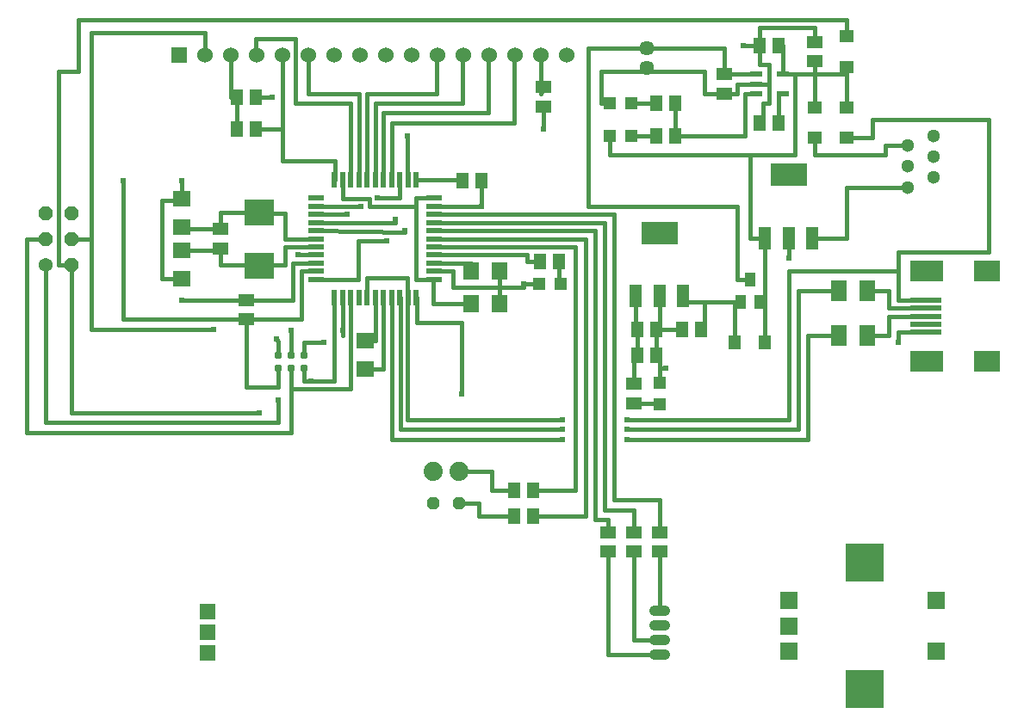
<source format=gbl>
G75*
%MOIN*%
%OFA0B0*%
%FSLAX25Y25*%
%IPPOS*%
%LPD*%
%AMOC8*
5,1,8,0,0,1.08239X$1,22.5*
%
%ADD10C,0.03100*%
%ADD11R,0.05906X0.05118*%
%ADD12R,0.09843X0.07874*%
%ADD13R,0.12992X0.07874*%
%ADD14R,0.12205X0.01969*%
%ADD15R,0.06299X0.07874*%
%ADD16R,0.06299X0.07087*%
%ADD17R,0.01969X0.05906*%
%ADD18R,0.05906X0.01969*%
%ADD19R,0.07087X0.06299*%
%ADD20R,0.05118X0.06299*%
%ADD21R,0.11811X0.09843*%
%ADD22R,0.04724X0.04724*%
%ADD23R,0.05118X0.05906*%
%ADD24R,0.15024X0.15024*%
%ADD25R,0.07087X0.07087*%
%ADD26R,0.04724X0.02165*%
%ADD27C,0.04134*%
%ADD28R,0.06000X0.06000*%
%ADD29C,0.06000*%
%ADD30R,0.04800X0.08800*%
%ADD31R,0.14173X0.08661*%
%ADD32C,0.05118*%
%ADD33R,0.03937X0.05512*%
%ADD34R,0.04724X0.05512*%
%ADD35R,0.05512X0.04724*%
%ADD36C,0.07400*%
%ADD37R,0.05906X0.05906*%
%ADD38C,0.05700*%
%ADD39R,0.06299X0.05118*%
%ADD40OC8,0.04800*%
%ADD41C,0.05400*%
%ADD42OC8,0.05400*%
%ADD43C,0.01600*%
%ADD44R,0.02400X0.02400*%
D10*
X0110500Y0151800D03*
X0110500Y0156800D03*
X0115500Y0156800D03*
X0120500Y0156800D03*
X0120500Y0151800D03*
X0115500Y0151800D03*
D11*
X0088000Y0198060D03*
X0088000Y0205540D03*
X0213000Y0253060D03*
X0213000Y0260540D03*
X0283000Y0258060D03*
X0283000Y0265540D03*
X0318000Y0270560D03*
X0318000Y0278040D03*
X0248000Y0145540D03*
X0248000Y0138060D03*
X0248000Y0088040D03*
X0248000Y0080560D03*
X0258000Y0080560D03*
X0258000Y0088040D03*
X0238000Y0088040D03*
X0238000Y0080560D03*
D12*
X0384811Y0154280D03*
X0384811Y0189320D03*
D13*
X0361583Y0189320D03*
X0361583Y0154280D03*
D14*
X0361189Y0165501D03*
X0361189Y0168650D03*
X0361189Y0171800D03*
X0361189Y0174950D03*
X0361189Y0178099D03*
D15*
X0338512Y0181800D03*
X0327488Y0181800D03*
X0327488Y0164300D03*
X0338512Y0164300D03*
D16*
X0196012Y0176800D03*
X0184988Y0176800D03*
X0184988Y0189300D03*
X0196012Y0189300D03*
D17*
X0163748Y0178965D03*
X0160598Y0178965D03*
X0157449Y0178965D03*
X0154299Y0178965D03*
X0151150Y0178965D03*
X0148000Y0178965D03*
X0144850Y0178965D03*
X0141701Y0178965D03*
X0138551Y0178965D03*
X0135402Y0178965D03*
X0132252Y0178965D03*
X0132252Y0224635D03*
X0135402Y0224635D03*
X0138551Y0224635D03*
X0141701Y0224635D03*
X0144850Y0224635D03*
X0148000Y0224635D03*
X0151150Y0224635D03*
X0154299Y0224635D03*
X0157449Y0224635D03*
X0160598Y0224635D03*
X0163748Y0224635D03*
D18*
X0170835Y0217548D03*
X0170835Y0214398D03*
X0170835Y0211249D03*
X0170835Y0208099D03*
X0170835Y0204950D03*
X0170835Y0201800D03*
X0170835Y0198650D03*
X0170835Y0195501D03*
X0170835Y0192351D03*
X0170835Y0189202D03*
X0170835Y0186052D03*
X0125165Y0186052D03*
X0125165Y0189202D03*
X0125165Y0192351D03*
X0125165Y0195501D03*
X0125165Y0198650D03*
X0125165Y0201800D03*
X0125165Y0204950D03*
X0125165Y0208099D03*
X0125165Y0211249D03*
X0125165Y0214398D03*
X0125165Y0217548D03*
D19*
X0073000Y0217312D03*
X0073000Y0206288D03*
X0073000Y0197312D03*
X0073000Y0186288D03*
X0144250Y0162312D03*
X0144250Y0151288D03*
D20*
X0181760Y0224300D03*
X0189240Y0224300D03*
D21*
X0103000Y0211898D03*
X0103000Y0191308D03*
D22*
X0211366Y0184300D03*
X0219634Y0184300D03*
X0258000Y0145934D03*
X0258000Y0137666D03*
X0247134Y0241800D03*
X0238866Y0241800D03*
X0238866Y0254300D03*
X0247134Y0254300D03*
D23*
X0256760Y0254300D03*
X0264240Y0254300D03*
X0264240Y0241800D03*
X0256760Y0241800D03*
X0296760Y0246800D03*
X0304240Y0246800D03*
X0304240Y0276800D03*
X0296760Y0276800D03*
X0219240Y0193000D03*
X0211760Y0193000D03*
X0249260Y0166800D03*
X0256740Y0166800D03*
X0256740Y0156800D03*
X0249260Y0156800D03*
X0266760Y0166800D03*
X0274240Y0166800D03*
X0209240Y0104300D03*
X0201760Y0104300D03*
X0201760Y0094300D03*
X0209240Y0094300D03*
X0101740Y0244300D03*
X0094260Y0244300D03*
X0094260Y0256800D03*
X0101740Y0256800D03*
D24*
X0337528Y0076406D03*
X0337528Y0027194D03*
D25*
X0365087Y0041957D03*
X0365087Y0061643D03*
X0308000Y0061643D03*
X0308000Y0051800D03*
X0308000Y0041957D03*
D26*
X0305619Y0258060D03*
X0295381Y0258060D03*
X0295381Y0261800D03*
X0295381Y0265540D03*
X0305619Y0265540D03*
D27*
X0260067Y0057611D02*
X0255933Y0057611D01*
X0255933Y0051987D02*
X0260067Y0051987D01*
X0260067Y0046363D02*
X0255933Y0046363D01*
X0255933Y0040739D02*
X0260067Y0040739D01*
D28*
X0072016Y0272824D03*
D29*
X0082016Y0272824D03*
X0092016Y0272824D03*
X0102016Y0272824D03*
X0112016Y0272824D03*
X0122016Y0272824D03*
X0132016Y0272824D03*
X0142016Y0272824D03*
X0152016Y0272824D03*
X0162016Y0272824D03*
X0172016Y0272824D03*
X0182016Y0272824D03*
X0192016Y0272824D03*
X0202016Y0272824D03*
X0212016Y0272824D03*
X0222016Y0272824D03*
D30*
X0298900Y0202100D03*
X0308000Y0202100D03*
X0317100Y0202100D03*
X0267100Y0179600D03*
X0258000Y0179600D03*
X0248900Y0179600D03*
D31*
X0258000Y0204001D03*
X0308000Y0226501D03*
D32*
X0353945Y0229831D03*
X0353945Y0221800D03*
X0363945Y0225737D03*
X0363945Y0233769D03*
X0363945Y0241800D03*
X0353945Y0237863D03*
D33*
X0293000Y0186131D03*
X0289260Y0177469D03*
X0296740Y0177469D03*
D34*
X0298906Y0161800D03*
X0287094Y0161800D03*
D35*
X0318000Y0240894D03*
X0318000Y0252706D03*
X0330500Y0252706D03*
X0330500Y0240894D03*
X0330500Y0268394D03*
X0330500Y0280206D03*
D36*
X0180500Y0111800D03*
X0170500Y0111800D03*
D37*
X0083000Y0041300D03*
X0083000Y0049300D03*
X0083000Y0057300D03*
D38*
X0253000Y0267863D03*
X0253000Y0275737D03*
D39*
X0098000Y0178040D03*
X0098000Y0170560D03*
D40*
X0170500Y0099300D03*
X0180500Y0099300D03*
D41*
X0020500Y0191800D03*
D42*
X0030500Y0191800D03*
X0030500Y0201800D03*
X0020500Y0201800D03*
X0020500Y0211800D03*
X0030500Y0211800D03*
D43*
X0030500Y0201800D02*
X0038000Y0201800D01*
X0038000Y0166800D01*
X0085500Y0166800D01*
X0098000Y0170560D02*
X0050500Y0170560D01*
X0050500Y0224300D01*
X0065500Y0216800D02*
X0073000Y0216800D01*
X0073000Y0217312D01*
X0073000Y0224300D01*
X0065500Y0216800D02*
X0065500Y0186288D01*
X0073000Y0186288D01*
X0073000Y0178040D02*
X0098000Y0178040D01*
X0116150Y0178040D01*
X0116150Y0192351D01*
X0125165Y0192351D01*
X0125165Y0189202D02*
X0119300Y0189202D01*
X0119300Y0170560D01*
X0098000Y0170560D01*
X0098000Y0144300D01*
X0110500Y0144300D01*
X0110500Y0151800D01*
X0110500Y0156800D02*
X0110500Y0162100D01*
X0109600Y0163000D01*
X0115500Y0166250D02*
X0115500Y0156800D01*
X0120500Y0156800D02*
X0120500Y0161800D01*
X0128000Y0161800D01*
X0135402Y0164300D02*
X0135402Y0178965D01*
X0138551Y0178965D02*
X0138551Y0143650D01*
X0115500Y0143650D01*
X0115500Y0126800D01*
X0013000Y0126800D01*
X0013000Y0201800D01*
X0020500Y0201800D01*
X0020500Y0191800D02*
X0020500Y0130500D01*
X0110500Y0130500D01*
X0110500Y0139300D01*
X0115500Y0143650D02*
X0115500Y0151800D01*
X0120500Y0151800D02*
X0120500Y0146800D01*
X0123000Y0146800D01*
X0132252Y0146800D01*
X0132252Y0178965D01*
X0125165Y0186050D02*
X0141500Y0186050D01*
X0141500Y0200825D01*
X0152450Y0200825D01*
X0159400Y0204300D02*
X0125165Y0204950D01*
X0125165Y0208099D02*
X0155700Y0208099D01*
X0155600Y0209300D01*
X0159400Y0204950D02*
X0159400Y0204300D01*
X0170835Y0204950D02*
X0233000Y0204950D01*
X0233000Y0093100D01*
X0238000Y0093100D01*
X0238000Y0088040D01*
X0238000Y0080560D02*
X0238000Y0040739D01*
X0258000Y0040739D01*
X0258000Y0046363D02*
X0248000Y0046363D01*
X0248000Y0080560D01*
X0248000Y0088040D02*
X0248000Y0096800D01*
X0236900Y0096800D01*
X0236900Y0208099D01*
X0170835Y0208099D01*
X0170835Y0211249D02*
X0240500Y0211249D01*
X0240500Y0100500D01*
X0258000Y0100500D01*
X0258000Y0088040D01*
X0258000Y0080560D02*
X0258000Y0057611D01*
X0229300Y0094300D02*
X0209240Y0094300D01*
X0201760Y0094300D02*
X0188000Y0094300D01*
X0188000Y0099300D01*
X0180500Y0099300D01*
X0193000Y0104300D02*
X0193000Y0111800D01*
X0180500Y0111800D01*
X0193000Y0104300D02*
X0201760Y0104300D01*
X0209240Y0104300D02*
X0225500Y0104300D01*
X0225500Y0198650D01*
X0170835Y0198650D01*
X0170835Y0198800D01*
X0170835Y0201800D02*
X0229300Y0201800D01*
X0229300Y0094300D01*
X0220500Y0124000D02*
X0154450Y0124000D01*
X0154450Y0178965D01*
X0154299Y0178965D01*
X0151150Y0178965D02*
X0151150Y0151288D01*
X0144250Y0151288D01*
X0144250Y0162312D02*
X0148000Y0162312D01*
X0148000Y0178965D01*
X0144850Y0178965D02*
X0144850Y0186800D01*
X0160500Y0186800D01*
X0160500Y0178965D01*
X0160500Y0131800D01*
X0220500Y0131800D01*
X0220500Y0127900D02*
X0157700Y0127900D01*
X0157700Y0178965D01*
X0157449Y0178965D01*
X0160500Y0178965D02*
X0160598Y0178965D01*
X0163748Y0178965D02*
X0164250Y0178965D01*
X0164250Y0169300D01*
X0181500Y0169300D01*
X0181500Y0141550D01*
X0184988Y0176800D02*
X0170500Y0176800D01*
X0170500Y0186052D01*
X0170835Y0186052D01*
X0163650Y0186052D01*
X0163650Y0214300D01*
X0145600Y0214300D01*
X0145600Y0217450D01*
X0135500Y0217450D01*
X0135500Y0224635D01*
X0135402Y0224635D01*
X0132350Y0224635D02*
X0132350Y0231900D01*
X0112016Y0231900D01*
X0112016Y0244300D01*
X0112016Y0272824D01*
X0122016Y0272824D02*
X0122016Y0258050D01*
X0141750Y0258050D01*
X0141750Y0224635D01*
X0141701Y0224635D01*
X0144850Y0224635D02*
X0144850Y0258050D01*
X0171750Y0258050D01*
X0171750Y0272824D01*
X0172016Y0272824D01*
X0181750Y0272824D02*
X0181750Y0254300D01*
X0148000Y0254300D01*
X0148000Y0224635D01*
X0151150Y0224635D02*
X0151150Y0250550D01*
X0191750Y0250550D01*
X0191750Y0272824D01*
X0192016Y0272824D01*
X0201750Y0272824D02*
X0201750Y0246800D01*
X0154299Y0246800D01*
X0154299Y0224635D01*
X0157449Y0224635D02*
X0157500Y0224635D01*
X0157500Y0217550D01*
X0148850Y0217550D01*
X0142450Y0214300D02*
X0125165Y0214398D01*
X0125165Y0211249D02*
X0137250Y0211249D01*
X0137250Y0211300D01*
X0125165Y0201800D02*
X0113000Y0201800D01*
X0113000Y0211800D01*
X0103000Y0211800D01*
X0103000Y0211898D01*
X0088000Y0211898D01*
X0088000Y0205540D01*
X0073000Y0205540D01*
X0073000Y0206288D01*
X0073000Y0197312D02*
X0088000Y0197312D01*
X0088000Y0198060D01*
X0088000Y0191800D01*
X0103000Y0191800D01*
X0113000Y0191800D01*
X0113000Y0198650D01*
X0125165Y0198650D01*
X0125165Y0195501D02*
X0118050Y0195501D01*
X0118050Y0195500D01*
X0125165Y0186052D02*
X0125165Y0186050D01*
X0103000Y0191308D02*
X0103000Y0191800D01*
X0132252Y0224635D02*
X0132350Y0224635D01*
X0138551Y0224635D02*
X0138551Y0254300D01*
X0117175Y0254300D01*
X0117175Y0279300D01*
X0101750Y0279300D01*
X0101750Y0272824D01*
X0102016Y0272824D01*
X0092016Y0272824D02*
X0092000Y0272824D01*
X0092000Y0256800D01*
X0094260Y0256800D01*
X0094260Y0244300D01*
X0101740Y0244300D02*
X0112016Y0244300D01*
X0108000Y0256800D02*
X0101740Y0256800D01*
X0082016Y0272824D02*
X0082016Y0281800D01*
X0038000Y0281800D01*
X0038000Y0201800D01*
X0030500Y0191800D02*
X0025500Y0191800D01*
X0025500Y0266800D01*
X0033000Y0266800D01*
X0033000Y0286800D01*
X0330500Y0286800D01*
X0330500Y0280206D01*
X0330500Y0268394D02*
X0330500Y0252706D01*
X0340500Y0248000D02*
X0340500Y0240894D01*
X0330500Y0240894D01*
X0340500Y0248000D02*
X0385500Y0248000D01*
X0385500Y0196800D01*
X0350500Y0196800D01*
X0350500Y0189300D01*
X0350500Y0178099D01*
X0361189Y0178099D01*
X0361189Y0174950D02*
X0346700Y0174950D01*
X0346700Y0181800D01*
X0338512Y0181800D01*
X0327488Y0181800D02*
X0311750Y0181800D01*
X0311750Y0127900D01*
X0245450Y0127900D01*
X0245450Y0124000D02*
X0315500Y0124000D01*
X0315500Y0164300D01*
X0325500Y0164300D01*
X0325500Y0161800D01*
X0325500Y0164300D02*
X0328000Y0164300D01*
X0338512Y0164300D02*
X0346700Y0164300D01*
X0346700Y0171800D01*
X0361189Y0171800D01*
X0361189Y0165501D02*
X0350500Y0165501D01*
X0350500Y0161800D01*
X0350500Y0189300D02*
X0308000Y0189300D01*
X0308000Y0131800D01*
X0245450Y0131800D01*
X0248000Y0138060D02*
X0258000Y0138060D01*
X0258000Y0137666D01*
X0258000Y0145934D02*
X0258000Y0151800D01*
X0260500Y0151800D01*
X0258000Y0151800D02*
X0258000Y0156800D01*
X0256740Y0156800D01*
X0256740Y0166800D01*
X0266760Y0166800D01*
X0274240Y0166800D02*
X0275500Y0166800D01*
X0275500Y0177469D01*
X0267100Y0177469D01*
X0267100Y0179600D01*
X0268000Y0179600D01*
X0275500Y0177469D02*
X0287094Y0177469D01*
X0287094Y0161800D01*
X0298906Y0161800D02*
X0298906Y0177469D01*
X0296740Y0177469D01*
X0298900Y0177469D01*
X0298900Y0202100D01*
X0293000Y0202100D01*
X0293000Y0234300D01*
X0238866Y0234300D01*
X0238866Y0241800D01*
X0247134Y0241800D02*
X0256760Y0241800D01*
X0264240Y0241800D02*
X0291150Y0241800D01*
X0291150Y0258060D01*
X0295381Y0258060D01*
X0298000Y0254300D02*
X0300500Y0254300D01*
X0300500Y0261800D01*
X0300500Y0269300D01*
X0296760Y0269300D01*
X0296760Y0276800D01*
X0290500Y0276800D01*
X0296760Y0276800D02*
X0296760Y0283650D01*
X0318000Y0283650D01*
X0318000Y0278040D01*
X0318000Y0270560D02*
X0318000Y0252706D01*
X0305619Y0258060D02*
X0304240Y0258060D01*
X0304240Y0246800D01*
X0298000Y0246800D02*
X0298000Y0254300D01*
X0298000Y0246800D02*
X0296760Y0246800D01*
X0288000Y0258060D02*
X0283000Y0258060D01*
X0275500Y0258060D01*
X0275500Y0266800D01*
X0253000Y0266800D01*
X0253000Y0267863D01*
X0253000Y0266800D02*
X0235500Y0266800D01*
X0235500Y0254300D01*
X0238866Y0254300D01*
X0247134Y0254300D02*
X0256760Y0254300D01*
X0264240Y0254300D02*
X0264240Y0241800D01*
X0288000Y0258060D02*
X0288000Y0261800D01*
X0295381Y0261800D01*
X0300500Y0261800D01*
X0295381Y0265540D02*
X0283000Y0265540D01*
X0283000Y0275737D01*
X0253000Y0275737D01*
X0230500Y0275737D01*
X0230500Y0214300D01*
X0288000Y0214300D01*
X0288000Y0186131D01*
X0293000Y0186131D01*
X0289260Y0177469D02*
X0287094Y0177469D01*
X0308000Y0194300D02*
X0308000Y0202100D01*
X0317100Y0202100D02*
X0330500Y0202100D01*
X0330500Y0221800D01*
X0353945Y0221800D01*
X0345500Y0234300D02*
X0345500Y0237863D01*
X0353945Y0237863D01*
X0345500Y0234300D02*
X0318000Y0234300D01*
X0318000Y0240894D01*
X0310500Y0234300D02*
X0310500Y0265540D01*
X0318000Y0265540D01*
X0318000Y0270560D01*
X0318000Y0265540D02*
X0330500Y0265540D01*
X0330500Y0268394D01*
X0310500Y0265540D02*
X0305619Y0265540D01*
X0305619Y0276800D01*
X0304240Y0276800D01*
X0310500Y0234300D02*
X0293000Y0234300D01*
X0258000Y0179600D02*
X0258000Y0166800D01*
X0256740Y0166800D01*
X0249260Y0166800D02*
X0249260Y0156800D01*
X0248000Y0156800D01*
X0248000Y0145540D01*
X0248900Y0166800D02*
X0249260Y0166800D01*
X0248900Y0166800D02*
X0248900Y0179600D01*
X0219634Y0184300D02*
X0219240Y0184300D01*
X0219240Y0193000D01*
X0211760Y0193000D02*
X0206750Y0193000D01*
X0206750Y0195550D01*
X0170835Y0195550D01*
X0170835Y0195501D01*
X0170835Y0192351D02*
X0184988Y0192351D01*
X0184988Y0189300D01*
X0178000Y0189202D02*
X0178000Y0183050D01*
X0196012Y0183050D01*
X0205500Y0183050D01*
X0205500Y0184300D01*
X0211366Y0184300D01*
X0196012Y0183050D02*
X0196012Y0176800D01*
X0196012Y0183050D02*
X0196012Y0189300D01*
X0196012Y0189202D01*
X0178000Y0189202D02*
X0170835Y0189202D01*
X0163650Y0214300D02*
X0163650Y0217548D01*
X0170835Y0217548D01*
X0170835Y0214398D02*
X0189240Y0214398D01*
X0189240Y0224300D01*
X0181760Y0224300D02*
X0181760Y0224635D01*
X0163748Y0224635D01*
X0160598Y0224635D02*
X0160500Y0224635D01*
X0160500Y0241800D01*
X0181750Y0272824D02*
X0182016Y0272824D01*
X0201750Y0272824D02*
X0202016Y0272824D01*
X0212016Y0272824D02*
X0212016Y0258040D01*
X0213000Y0260540D01*
X0213000Y0253060D02*
X0213000Y0244300D01*
X0363945Y0233769D02*
X0363945Y0233675D01*
X0365087Y0061643D02*
X0365087Y0060560D01*
X0103000Y0134300D02*
X0030500Y0134300D01*
X0030500Y0191800D01*
D44*
X0050500Y0224300D03*
X0073000Y0224300D03*
X0108000Y0256800D03*
X0160500Y0241800D03*
X0148850Y0217550D03*
X0142450Y0214300D03*
X0137250Y0211300D03*
X0152450Y0200825D03*
X0159400Y0204950D03*
X0155600Y0209300D03*
X0189240Y0214398D03*
X0213000Y0244300D03*
X0290500Y0276800D03*
X0308000Y0194300D03*
X0350500Y0161800D03*
X0260500Y0151800D03*
X0245450Y0131800D03*
X0245450Y0127900D03*
X0245450Y0124000D03*
X0220500Y0124000D03*
X0220500Y0127900D03*
X0220500Y0131800D03*
X0181500Y0141550D03*
X0135500Y0166250D03*
X0128000Y0161800D03*
X0115500Y0166250D03*
X0109600Y0163000D03*
X0123000Y0146800D03*
X0110500Y0139300D03*
X0103000Y0134300D03*
X0085500Y0166800D03*
X0073000Y0178040D03*
X0118050Y0195500D03*
X0205500Y0184300D03*
M02*

</source>
